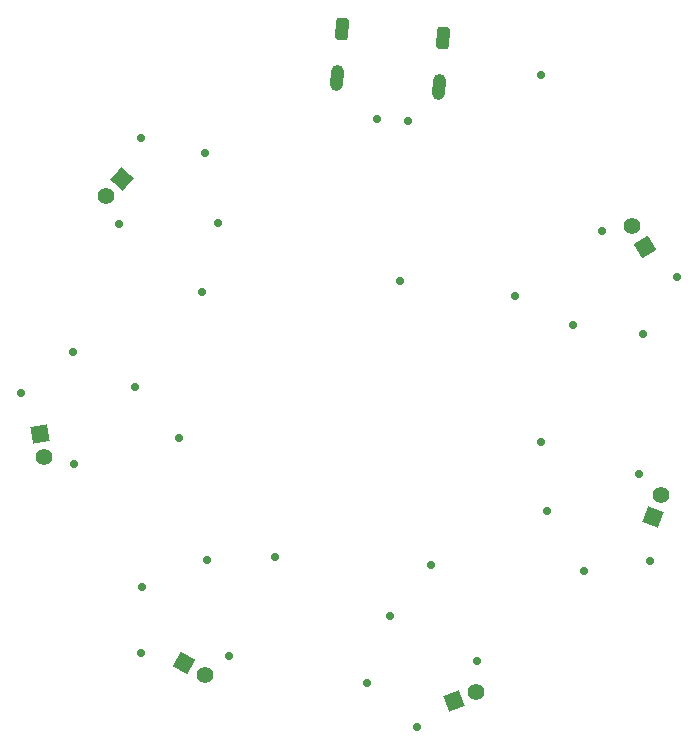
<source format=gbs>
G04*
G04 #@! TF.GenerationSoftware,Altium Limited,Altium Designer,25.8.1 (18)*
G04*
G04 Layer_Color=16711935*
%FSLAX44Y44*%
%MOMM*%
G71*
G04*
G04 #@! TF.SameCoordinates,47027A52-A871-4FAA-A7FE-F427427C3117*
G04*
G04*
G04 #@! TF.FilePolarity,Negative*
G04*
G01*
G75*
G04:AMPARAMS|DCode=126|XSize=2.2016mm|YSize=1.1016mm|CornerRadius=0mm|HoleSize=0mm|Usage=FLASHONLY|Rotation=265.000|XOffset=0mm|YOffset=0mm|HoleType=Round|Shape=Round|*
%AMOVALD126*
21,1,1.1000,1.1016,0.0000,0.0000,265.0*
1,1,1.1016,0.0479,0.5479*
1,1,1.1016,-0.0479,-0.5479*
%
%ADD126OVALD126*%

G04:AMPARAMS|DCode=127|XSize=1.9016mm|YSize=1.1016mm|CornerRadius=0.3008mm|HoleSize=0mm|Usage=FLASHONLY|Rotation=265.000|XOffset=0mm|YOffset=0mm|HoleType=Round|Shape=RoundedRectangle|*
%AMROUNDEDRECTD127*
21,1,1.9016,0.5000,0,0,265.0*
21,1,1.3000,1.1016,0,0,265.0*
1,1,0.6016,-0.3057,-0.6257*
1,1,0.6016,-0.1924,0.6693*
1,1,0.6016,0.3057,0.6257*
1,1,0.6016,0.1924,-0.6693*
%
%ADD127ROUNDEDRECTD127*%
%ADD128C,1.4096*%
%ADD129P,1.9935X4X114.94*%
%ADD130P,1.9935X4X165.777*%
%ADD131P,1.9935X4X65.413*%
%ADD132P,1.9935X4X273.587*%
%ADD133P,1.9935X4X375.842*%
%ADD134P,1.9935X4X324.649*%
%ADD135C,0.7016*%
D126*
X1462033Y1246567D02*
D03*
X1548104Y1239037D02*
D03*
D127*
X1465676Y1288208D02*
D03*
X1551747Y1280678D02*
D03*
D128*
X1736469Y894067D02*
D03*
X1266082Y1146652D02*
D03*
X1213652Y926085D02*
D03*
X1711927Y1121367D02*
D03*
X1579133Y726736D02*
D03*
X1349850Y741671D02*
D03*
D129*
X1729609Y875281D02*
D03*
D130*
X1722161Y1104183D02*
D03*
D131*
X1560389Y719760D02*
D03*
D132*
X1279311Y1161652D02*
D03*
D133*
X1332384Y751415D02*
D03*
D134*
X1210299Y945802D02*
D03*
D135*
X1612295Y1062667D02*
D03*
X1347490Y1066053D02*
D03*
X1327664Y942018D02*
D03*
X1409178Y841003D02*
D03*
X1541735Y834560D02*
D03*
X1634548Y938589D02*
D03*
X1726817Y837500D02*
D03*
X1639936Y880620D02*
D03*
X1717200Y911938D02*
D03*
X1671273Y829326D02*
D03*
X1634532Y1248985D02*
D03*
X1685903Y1117713D02*
D03*
X1749691Y1078160D02*
D03*
X1720952Y1029931D02*
D03*
X1661391Y1038027D02*
D03*
X1514946Y1074601D02*
D03*
X1580221Y752993D02*
D03*
X1529837Y697361D02*
D03*
X1506245Y791440D02*
D03*
X1360884Y1124028D02*
D03*
X1295668Y1195821D02*
D03*
X1350375Y1183211D02*
D03*
X1277520Y1122992D02*
D03*
X1290830Y985606D02*
D03*
X1351835Y839115D02*
D03*
X1487566Y734307D02*
D03*
X1370542Y757871D02*
D03*
X1238192Y1014627D02*
D03*
X1194000Y980000D02*
D03*
X1239244Y920113D02*
D03*
X1296231Y816283D02*
D03*
X1295520Y760146D02*
D03*
X1521818Y1210520D02*
D03*
X1495682Y1211802D02*
D03*
M02*

</source>
